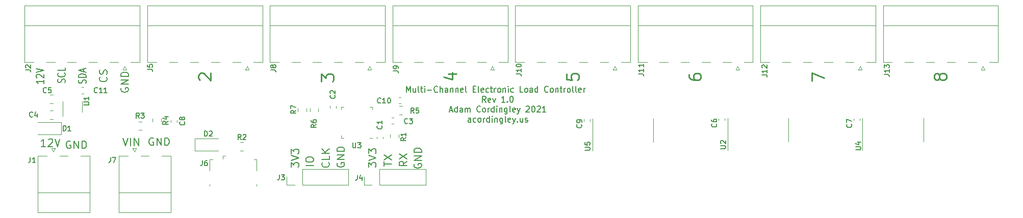
<source format=gto>
G04 #@! TF.GenerationSoftware,KiCad,Pcbnew,(5.1.2)-2*
G04 #@! TF.CreationDate,2021-03-22T02:37:46-04:00*
G04 #@! TF.ProjectId,Repowered_Electronic_Load_Controller,5265706f-7765-4726-9564-5f456c656374,rev?*
G04 #@! TF.SameCoordinates,Original*
G04 #@! TF.FileFunction,Legend,Top*
G04 #@! TF.FilePolarity,Positive*
%FSLAX46Y46*%
G04 Gerber Fmt 4.6, Leading zero omitted, Abs format (unit mm)*
G04 Created by KiCad (PCBNEW (5.1.2)-2) date 2021-03-22 02:37:46*
%MOMM*%
%LPD*%
G04 APERTURE LIST*
%ADD10C,0.150000*%
%ADD11C,0.180000*%
%ADD12C,0.250000*%
%ADD13C,0.120000*%
G04 APERTURE END LIST*
D10*
X120092857Y-84427380D02*
X120092857Y-83427380D01*
X120409523Y-84141666D01*
X120726190Y-83427380D01*
X120726190Y-84427380D01*
X121585714Y-83760714D02*
X121585714Y-84427380D01*
X121178571Y-83760714D02*
X121178571Y-84284523D01*
X121223809Y-84379761D01*
X121314285Y-84427380D01*
X121449999Y-84427380D01*
X121540476Y-84379761D01*
X121585714Y-84332142D01*
X122173809Y-84427380D02*
X122083333Y-84379761D01*
X122038095Y-84284523D01*
X122038095Y-83427380D01*
X122399999Y-83760714D02*
X122761904Y-83760714D01*
X122535714Y-83427380D02*
X122535714Y-84284523D01*
X122580952Y-84379761D01*
X122671428Y-84427380D01*
X122761904Y-84427380D01*
X123078571Y-84427380D02*
X123078571Y-83760714D01*
X123078571Y-83427380D02*
X123033333Y-83475000D01*
X123078571Y-83522619D01*
X123123809Y-83475000D01*
X123078571Y-83427380D01*
X123078571Y-83522619D01*
X123530952Y-84046428D02*
X124254761Y-84046428D01*
X125249999Y-84332142D02*
X125204761Y-84379761D01*
X125069047Y-84427380D01*
X124978571Y-84427380D01*
X124842857Y-84379761D01*
X124752380Y-84284523D01*
X124707142Y-84189285D01*
X124661904Y-83998809D01*
X124661904Y-83855952D01*
X124707142Y-83665476D01*
X124752380Y-83570238D01*
X124842857Y-83475000D01*
X124978571Y-83427380D01*
X125069047Y-83427380D01*
X125204761Y-83475000D01*
X125249999Y-83522619D01*
X125657142Y-84427380D02*
X125657142Y-83427380D01*
X126064285Y-84427380D02*
X126064285Y-83903571D01*
X126019047Y-83808333D01*
X125928571Y-83760714D01*
X125792857Y-83760714D01*
X125702380Y-83808333D01*
X125657142Y-83855952D01*
X126923809Y-84427380D02*
X126923809Y-83903571D01*
X126878571Y-83808333D01*
X126788095Y-83760714D01*
X126607142Y-83760714D01*
X126516666Y-83808333D01*
X126923809Y-84379761D02*
X126833333Y-84427380D01*
X126607142Y-84427380D01*
X126516666Y-84379761D01*
X126471428Y-84284523D01*
X126471428Y-84189285D01*
X126516666Y-84094047D01*
X126607142Y-84046428D01*
X126833333Y-84046428D01*
X126923809Y-83998809D01*
X127376190Y-83760714D02*
X127376190Y-84427380D01*
X127376190Y-83855952D02*
X127421428Y-83808333D01*
X127511904Y-83760714D01*
X127647619Y-83760714D01*
X127738095Y-83808333D01*
X127783333Y-83903571D01*
X127783333Y-84427380D01*
X128235714Y-83760714D02*
X128235714Y-84427380D01*
X128235714Y-83855952D02*
X128280952Y-83808333D01*
X128371428Y-83760714D01*
X128507142Y-83760714D01*
X128597619Y-83808333D01*
X128642857Y-83903571D01*
X128642857Y-84427380D01*
X129457142Y-84379761D02*
X129366666Y-84427380D01*
X129185714Y-84427380D01*
X129095238Y-84379761D01*
X129049999Y-84284523D01*
X129049999Y-83903571D01*
X129095238Y-83808333D01*
X129185714Y-83760714D01*
X129366666Y-83760714D01*
X129457142Y-83808333D01*
X129502380Y-83903571D01*
X129502380Y-83998809D01*
X129049999Y-84094047D01*
X130045238Y-84427380D02*
X129954761Y-84379761D01*
X129909523Y-84284523D01*
X129909523Y-83427380D01*
X131130952Y-83903571D02*
X131447619Y-83903571D01*
X131583333Y-84427380D02*
X131130952Y-84427380D01*
X131130952Y-83427380D01*
X131583333Y-83427380D01*
X132126190Y-84427380D02*
X132035714Y-84379761D01*
X131990476Y-84284523D01*
X131990476Y-83427380D01*
X132849999Y-84379761D02*
X132759523Y-84427380D01*
X132578571Y-84427380D01*
X132488095Y-84379761D01*
X132442857Y-84284523D01*
X132442857Y-83903571D01*
X132488095Y-83808333D01*
X132578571Y-83760714D01*
X132759523Y-83760714D01*
X132849999Y-83808333D01*
X132895238Y-83903571D01*
X132895238Y-83998809D01*
X132442857Y-84094047D01*
X133709523Y-84379761D02*
X133619047Y-84427380D01*
X133438095Y-84427380D01*
X133347619Y-84379761D01*
X133302380Y-84332142D01*
X133257142Y-84236904D01*
X133257142Y-83951190D01*
X133302380Y-83855952D01*
X133347619Y-83808333D01*
X133438095Y-83760714D01*
X133619047Y-83760714D01*
X133709523Y-83808333D01*
X133980952Y-83760714D02*
X134342857Y-83760714D01*
X134116666Y-83427380D02*
X134116666Y-84284523D01*
X134161904Y-84379761D01*
X134252380Y-84427380D01*
X134342857Y-84427380D01*
X134659523Y-84427380D02*
X134659523Y-83760714D01*
X134659523Y-83951190D02*
X134704761Y-83855952D01*
X134750000Y-83808333D01*
X134840476Y-83760714D01*
X134930952Y-83760714D01*
X135383333Y-84427380D02*
X135292857Y-84379761D01*
X135247619Y-84332142D01*
X135202380Y-84236904D01*
X135202380Y-83951190D01*
X135247619Y-83855952D01*
X135292857Y-83808333D01*
X135383333Y-83760714D01*
X135519047Y-83760714D01*
X135609523Y-83808333D01*
X135654761Y-83855952D01*
X135700000Y-83951190D01*
X135700000Y-84236904D01*
X135654761Y-84332142D01*
X135609523Y-84379761D01*
X135519047Y-84427380D01*
X135383333Y-84427380D01*
X136107142Y-83760714D02*
X136107142Y-84427380D01*
X136107142Y-83855952D02*
X136152380Y-83808333D01*
X136242857Y-83760714D01*
X136378571Y-83760714D01*
X136469047Y-83808333D01*
X136514285Y-83903571D01*
X136514285Y-84427380D01*
X136966666Y-84427380D02*
X136966666Y-83760714D01*
X136966666Y-83427380D02*
X136921428Y-83475000D01*
X136966666Y-83522619D01*
X137011904Y-83475000D01*
X136966666Y-83427380D01*
X136966666Y-83522619D01*
X137826190Y-84379761D02*
X137735714Y-84427380D01*
X137554761Y-84427380D01*
X137464285Y-84379761D01*
X137419047Y-84332142D01*
X137373809Y-84236904D01*
X137373809Y-83951190D01*
X137419047Y-83855952D01*
X137464285Y-83808333D01*
X137554761Y-83760714D01*
X137735714Y-83760714D01*
X137826190Y-83808333D01*
X139409523Y-84427380D02*
X138957142Y-84427380D01*
X138957142Y-83427380D01*
X139861904Y-84427380D02*
X139771428Y-84379761D01*
X139726190Y-84332142D01*
X139680952Y-84236904D01*
X139680952Y-83951190D01*
X139726190Y-83855952D01*
X139771428Y-83808333D01*
X139861904Y-83760714D01*
X139997619Y-83760714D01*
X140088095Y-83808333D01*
X140133333Y-83855952D01*
X140178571Y-83951190D01*
X140178571Y-84236904D01*
X140133333Y-84332142D01*
X140088095Y-84379761D01*
X139997619Y-84427380D01*
X139861904Y-84427380D01*
X140992857Y-84427380D02*
X140992857Y-83903571D01*
X140947619Y-83808333D01*
X140857142Y-83760714D01*
X140676190Y-83760714D01*
X140585714Y-83808333D01*
X140992857Y-84379761D02*
X140902380Y-84427380D01*
X140676190Y-84427380D01*
X140585714Y-84379761D01*
X140540476Y-84284523D01*
X140540476Y-84189285D01*
X140585714Y-84094047D01*
X140676190Y-84046428D01*
X140902380Y-84046428D01*
X140992857Y-83998809D01*
X141852380Y-84427380D02*
X141852380Y-83427380D01*
X141852380Y-84379761D02*
X141761904Y-84427380D01*
X141580952Y-84427380D01*
X141490476Y-84379761D01*
X141445238Y-84332142D01*
X141400000Y-84236904D01*
X141400000Y-83951190D01*
X141445238Y-83855952D01*
X141490476Y-83808333D01*
X141580952Y-83760714D01*
X141761904Y-83760714D01*
X141852380Y-83808333D01*
X143571428Y-84332142D02*
X143526190Y-84379761D01*
X143390476Y-84427380D01*
X143300000Y-84427380D01*
X143164285Y-84379761D01*
X143073809Y-84284523D01*
X143028571Y-84189285D01*
X142983333Y-83998809D01*
X142983333Y-83855952D01*
X143028571Y-83665476D01*
X143073809Y-83570238D01*
X143164285Y-83475000D01*
X143300000Y-83427380D01*
X143390476Y-83427380D01*
X143526190Y-83475000D01*
X143571428Y-83522619D01*
X144114285Y-84427380D02*
X144023809Y-84379761D01*
X143978571Y-84332142D01*
X143933333Y-84236904D01*
X143933333Y-83951190D01*
X143978571Y-83855952D01*
X144023809Y-83808333D01*
X144114285Y-83760714D01*
X144250000Y-83760714D01*
X144340476Y-83808333D01*
X144385714Y-83855952D01*
X144430952Y-83951190D01*
X144430952Y-84236904D01*
X144385714Y-84332142D01*
X144340476Y-84379761D01*
X144250000Y-84427380D01*
X144114285Y-84427380D01*
X144838095Y-83760714D02*
X144838095Y-84427380D01*
X144838095Y-83855952D02*
X144883333Y-83808333D01*
X144973809Y-83760714D01*
X145109523Y-83760714D01*
X145200000Y-83808333D01*
X145245238Y-83903571D01*
X145245238Y-84427380D01*
X145561904Y-83760714D02*
X145923809Y-83760714D01*
X145697619Y-83427380D02*
X145697619Y-84284523D01*
X145742857Y-84379761D01*
X145833333Y-84427380D01*
X145923809Y-84427380D01*
X146240476Y-84427380D02*
X146240476Y-83760714D01*
X146240476Y-83951190D02*
X146285714Y-83855952D01*
X146330952Y-83808333D01*
X146421428Y-83760714D01*
X146511904Y-83760714D01*
X146964285Y-84427380D02*
X146873809Y-84379761D01*
X146828571Y-84332142D01*
X146783333Y-84236904D01*
X146783333Y-83951190D01*
X146828571Y-83855952D01*
X146873809Y-83808333D01*
X146964285Y-83760714D01*
X147100000Y-83760714D01*
X147190476Y-83808333D01*
X147235714Y-83855952D01*
X147280952Y-83951190D01*
X147280952Y-84236904D01*
X147235714Y-84332142D01*
X147190476Y-84379761D01*
X147100000Y-84427380D01*
X146964285Y-84427380D01*
X147823809Y-84427380D02*
X147733333Y-84379761D01*
X147688095Y-84284523D01*
X147688095Y-83427380D01*
X148321428Y-84427380D02*
X148230952Y-84379761D01*
X148185714Y-84284523D01*
X148185714Y-83427380D01*
X149045238Y-84379761D02*
X148954761Y-84427380D01*
X148773809Y-84427380D01*
X148683333Y-84379761D01*
X148638095Y-84284523D01*
X148638095Y-83903571D01*
X148683333Y-83808333D01*
X148773809Y-83760714D01*
X148954761Y-83760714D01*
X149045238Y-83808333D01*
X149090476Y-83903571D01*
X149090476Y-83998809D01*
X148638095Y-84094047D01*
X149497619Y-84427380D02*
X149497619Y-83760714D01*
X149497619Y-83951190D02*
X149542857Y-83855952D01*
X149588095Y-83808333D01*
X149678571Y-83760714D01*
X149769047Y-83760714D01*
X133257142Y-86077380D02*
X132940476Y-85601190D01*
X132714285Y-86077380D02*
X132714285Y-85077380D01*
X133076190Y-85077380D01*
X133166666Y-85125000D01*
X133211904Y-85172619D01*
X133257142Y-85267857D01*
X133257142Y-85410714D01*
X133211904Y-85505952D01*
X133166666Y-85553571D01*
X133076190Y-85601190D01*
X132714285Y-85601190D01*
X134026190Y-86029761D02*
X133935714Y-86077380D01*
X133754761Y-86077380D01*
X133664285Y-86029761D01*
X133619047Y-85934523D01*
X133619047Y-85553571D01*
X133664285Y-85458333D01*
X133754761Y-85410714D01*
X133935714Y-85410714D01*
X134026190Y-85458333D01*
X134071428Y-85553571D01*
X134071428Y-85648809D01*
X133619047Y-85744047D01*
X134388095Y-85410714D02*
X134614285Y-86077380D01*
X134840476Y-85410714D01*
X136423809Y-86077380D02*
X135880952Y-86077380D01*
X136152380Y-86077380D02*
X136152380Y-85077380D01*
X136061904Y-85220238D01*
X135971428Y-85315476D01*
X135880952Y-85363095D01*
X136830952Y-85982142D02*
X136876190Y-86029761D01*
X136830952Y-86077380D01*
X136785714Y-86029761D01*
X136830952Y-85982142D01*
X136830952Y-86077380D01*
X137464285Y-85077380D02*
X137554761Y-85077380D01*
X137645238Y-85125000D01*
X137690476Y-85172619D01*
X137735714Y-85267857D01*
X137780952Y-85458333D01*
X137780952Y-85696428D01*
X137735714Y-85886904D01*
X137690476Y-85982142D01*
X137645238Y-86029761D01*
X137554761Y-86077380D01*
X137464285Y-86077380D01*
X137373809Y-86029761D01*
X137328571Y-85982142D01*
X137283333Y-85886904D01*
X137238095Y-85696428D01*
X137238095Y-85458333D01*
X137283333Y-85267857D01*
X137328571Y-85172619D01*
X137373809Y-85125000D01*
X137464285Y-85077380D01*
X127240476Y-87441666D02*
X127692857Y-87441666D01*
X127150000Y-87727380D02*
X127466666Y-86727380D01*
X127783333Y-87727380D01*
X128507142Y-87727380D02*
X128507142Y-86727380D01*
X128507142Y-87679761D02*
X128416666Y-87727380D01*
X128235714Y-87727380D01*
X128145238Y-87679761D01*
X128100000Y-87632142D01*
X128054761Y-87536904D01*
X128054761Y-87251190D01*
X128100000Y-87155952D01*
X128145238Y-87108333D01*
X128235714Y-87060714D01*
X128416666Y-87060714D01*
X128507142Y-87108333D01*
X129366666Y-87727380D02*
X129366666Y-87203571D01*
X129321428Y-87108333D01*
X129230952Y-87060714D01*
X129050000Y-87060714D01*
X128959523Y-87108333D01*
X129366666Y-87679761D02*
X129276190Y-87727380D01*
X129050000Y-87727380D01*
X128959523Y-87679761D01*
X128914285Y-87584523D01*
X128914285Y-87489285D01*
X128959523Y-87394047D01*
X129050000Y-87346428D01*
X129276190Y-87346428D01*
X129366666Y-87298809D01*
X129819047Y-87727380D02*
X129819047Y-87060714D01*
X129819047Y-87155952D02*
X129864285Y-87108333D01*
X129954761Y-87060714D01*
X130090476Y-87060714D01*
X130180952Y-87108333D01*
X130226190Y-87203571D01*
X130226190Y-87727380D01*
X130226190Y-87203571D02*
X130271428Y-87108333D01*
X130361904Y-87060714D01*
X130497619Y-87060714D01*
X130588095Y-87108333D01*
X130633333Y-87203571D01*
X130633333Y-87727380D01*
X132352380Y-87632142D02*
X132307142Y-87679761D01*
X132171428Y-87727380D01*
X132080952Y-87727380D01*
X131945238Y-87679761D01*
X131854761Y-87584523D01*
X131809523Y-87489285D01*
X131764285Y-87298809D01*
X131764285Y-87155952D01*
X131809523Y-86965476D01*
X131854761Y-86870238D01*
X131945238Y-86775000D01*
X132080952Y-86727380D01*
X132171428Y-86727380D01*
X132307142Y-86775000D01*
X132352380Y-86822619D01*
X132895238Y-87727380D02*
X132804761Y-87679761D01*
X132759523Y-87632142D01*
X132714285Y-87536904D01*
X132714285Y-87251190D01*
X132759523Y-87155952D01*
X132804761Y-87108333D01*
X132895238Y-87060714D01*
X133030952Y-87060714D01*
X133121428Y-87108333D01*
X133166666Y-87155952D01*
X133211904Y-87251190D01*
X133211904Y-87536904D01*
X133166666Y-87632142D01*
X133121428Y-87679761D01*
X133030952Y-87727380D01*
X132895238Y-87727380D01*
X133619047Y-87727380D02*
X133619047Y-87060714D01*
X133619047Y-87251190D02*
X133664285Y-87155952D01*
X133709523Y-87108333D01*
X133800000Y-87060714D01*
X133890476Y-87060714D01*
X134614285Y-87727380D02*
X134614285Y-86727380D01*
X134614285Y-87679761D02*
X134523809Y-87727380D01*
X134342857Y-87727380D01*
X134252380Y-87679761D01*
X134207142Y-87632142D01*
X134161904Y-87536904D01*
X134161904Y-87251190D01*
X134207142Y-87155952D01*
X134252380Y-87108333D01*
X134342857Y-87060714D01*
X134523809Y-87060714D01*
X134614285Y-87108333D01*
X135066666Y-87727380D02*
X135066666Y-87060714D01*
X135066666Y-86727380D02*
X135021428Y-86775000D01*
X135066666Y-86822619D01*
X135111904Y-86775000D01*
X135066666Y-86727380D01*
X135066666Y-86822619D01*
X135519047Y-87060714D02*
X135519047Y-87727380D01*
X135519047Y-87155952D02*
X135564285Y-87108333D01*
X135654761Y-87060714D01*
X135790476Y-87060714D01*
X135880952Y-87108333D01*
X135926190Y-87203571D01*
X135926190Y-87727380D01*
X136785714Y-87060714D02*
X136785714Y-87870238D01*
X136740476Y-87965476D01*
X136695238Y-88013095D01*
X136604761Y-88060714D01*
X136469047Y-88060714D01*
X136378571Y-88013095D01*
X136785714Y-87679761D02*
X136695238Y-87727380D01*
X136514285Y-87727380D01*
X136423809Y-87679761D01*
X136378571Y-87632142D01*
X136333333Y-87536904D01*
X136333333Y-87251190D01*
X136378571Y-87155952D01*
X136423809Y-87108333D01*
X136514285Y-87060714D01*
X136695238Y-87060714D01*
X136785714Y-87108333D01*
X137373809Y-87727380D02*
X137283333Y-87679761D01*
X137238095Y-87584523D01*
X137238095Y-86727380D01*
X138097619Y-87679761D02*
X138007142Y-87727380D01*
X137826190Y-87727380D01*
X137735714Y-87679761D01*
X137690476Y-87584523D01*
X137690476Y-87203571D01*
X137735714Y-87108333D01*
X137826190Y-87060714D01*
X138007142Y-87060714D01*
X138097619Y-87108333D01*
X138142857Y-87203571D01*
X138142857Y-87298809D01*
X137690476Y-87394047D01*
X138459523Y-87060714D02*
X138685714Y-87727380D01*
X138911904Y-87060714D02*
X138685714Y-87727380D01*
X138595238Y-87965476D01*
X138550000Y-88013095D01*
X138459523Y-88060714D01*
X139952380Y-86822619D02*
X139997619Y-86775000D01*
X140088095Y-86727380D01*
X140314285Y-86727380D01*
X140404761Y-86775000D01*
X140450000Y-86822619D01*
X140495238Y-86917857D01*
X140495238Y-87013095D01*
X140450000Y-87155952D01*
X139907142Y-87727380D01*
X140495238Y-87727380D01*
X141083333Y-86727380D02*
X141173809Y-86727380D01*
X141264285Y-86775000D01*
X141309523Y-86822619D01*
X141354761Y-86917857D01*
X141400000Y-87108333D01*
X141400000Y-87346428D01*
X141354761Y-87536904D01*
X141309523Y-87632142D01*
X141264285Y-87679761D01*
X141173809Y-87727380D01*
X141083333Y-87727380D01*
X140992857Y-87679761D01*
X140947619Y-87632142D01*
X140902380Y-87536904D01*
X140857142Y-87346428D01*
X140857142Y-87108333D01*
X140902380Y-86917857D01*
X140947619Y-86822619D01*
X140992857Y-86775000D01*
X141083333Y-86727380D01*
X141761904Y-86822619D02*
X141807142Y-86775000D01*
X141897619Y-86727380D01*
X142123809Y-86727380D01*
X142214285Y-86775000D01*
X142259523Y-86822619D01*
X142304761Y-86917857D01*
X142304761Y-87013095D01*
X142259523Y-87155952D01*
X141716666Y-87727380D01*
X142304761Y-87727380D01*
X143209523Y-87727380D02*
X142666666Y-87727380D01*
X142938095Y-87727380D02*
X142938095Y-86727380D01*
X142847619Y-86870238D01*
X142757142Y-86965476D01*
X142666666Y-87013095D01*
X130723809Y-89377380D02*
X130723809Y-88853571D01*
X130678571Y-88758333D01*
X130588095Y-88710714D01*
X130407142Y-88710714D01*
X130316666Y-88758333D01*
X130723809Y-89329761D02*
X130633333Y-89377380D01*
X130407142Y-89377380D01*
X130316666Y-89329761D01*
X130271428Y-89234523D01*
X130271428Y-89139285D01*
X130316666Y-89044047D01*
X130407142Y-88996428D01*
X130633333Y-88996428D01*
X130723809Y-88948809D01*
X131583333Y-89329761D02*
X131492857Y-89377380D01*
X131311904Y-89377380D01*
X131221428Y-89329761D01*
X131176190Y-89282142D01*
X131130952Y-89186904D01*
X131130952Y-88901190D01*
X131176190Y-88805952D01*
X131221428Y-88758333D01*
X131311904Y-88710714D01*
X131492857Y-88710714D01*
X131583333Y-88758333D01*
X132126190Y-89377380D02*
X132035714Y-89329761D01*
X131990476Y-89282142D01*
X131945238Y-89186904D01*
X131945238Y-88901190D01*
X131990476Y-88805952D01*
X132035714Y-88758333D01*
X132126190Y-88710714D01*
X132261904Y-88710714D01*
X132352380Y-88758333D01*
X132397619Y-88805952D01*
X132442857Y-88901190D01*
X132442857Y-89186904D01*
X132397619Y-89282142D01*
X132352380Y-89329761D01*
X132261904Y-89377380D01*
X132126190Y-89377380D01*
X132850000Y-89377380D02*
X132850000Y-88710714D01*
X132850000Y-88901190D02*
X132895238Y-88805952D01*
X132940476Y-88758333D01*
X133030952Y-88710714D01*
X133121428Y-88710714D01*
X133845238Y-89377380D02*
X133845238Y-88377380D01*
X133845238Y-89329761D02*
X133754761Y-89377380D01*
X133573809Y-89377380D01*
X133483333Y-89329761D01*
X133438095Y-89282142D01*
X133392857Y-89186904D01*
X133392857Y-88901190D01*
X133438095Y-88805952D01*
X133483333Y-88758333D01*
X133573809Y-88710714D01*
X133754761Y-88710714D01*
X133845238Y-88758333D01*
X134297619Y-89377380D02*
X134297619Y-88710714D01*
X134297619Y-88377380D02*
X134252380Y-88425000D01*
X134297619Y-88472619D01*
X134342857Y-88425000D01*
X134297619Y-88377380D01*
X134297619Y-88472619D01*
X134750000Y-88710714D02*
X134750000Y-89377380D01*
X134750000Y-88805952D02*
X134795238Y-88758333D01*
X134885714Y-88710714D01*
X135021428Y-88710714D01*
X135111904Y-88758333D01*
X135157142Y-88853571D01*
X135157142Y-89377380D01*
X136016666Y-88710714D02*
X136016666Y-89520238D01*
X135971428Y-89615476D01*
X135926190Y-89663095D01*
X135835714Y-89710714D01*
X135700000Y-89710714D01*
X135609523Y-89663095D01*
X136016666Y-89329761D02*
X135926190Y-89377380D01*
X135745238Y-89377380D01*
X135654761Y-89329761D01*
X135609523Y-89282142D01*
X135564285Y-89186904D01*
X135564285Y-88901190D01*
X135609523Y-88805952D01*
X135654761Y-88758333D01*
X135745238Y-88710714D01*
X135926190Y-88710714D01*
X136016666Y-88758333D01*
X136604761Y-89377380D02*
X136514285Y-89329761D01*
X136469047Y-89234523D01*
X136469047Y-88377380D01*
X137328571Y-89329761D02*
X137238095Y-89377380D01*
X137057142Y-89377380D01*
X136966666Y-89329761D01*
X136921428Y-89234523D01*
X136921428Y-88853571D01*
X136966666Y-88758333D01*
X137057142Y-88710714D01*
X137238095Y-88710714D01*
X137328571Y-88758333D01*
X137373809Y-88853571D01*
X137373809Y-88948809D01*
X136921428Y-89044047D01*
X137690476Y-88710714D02*
X137916666Y-89377380D01*
X138142857Y-88710714D02*
X137916666Y-89377380D01*
X137826190Y-89615476D01*
X137780952Y-89663095D01*
X137690476Y-89710714D01*
X138504761Y-89282142D02*
X138550000Y-89329761D01*
X138504761Y-89377380D01*
X138459523Y-89329761D01*
X138504761Y-89282142D01*
X138504761Y-89377380D01*
X139364285Y-88710714D02*
X139364285Y-89377380D01*
X138957142Y-88710714D02*
X138957142Y-89234523D01*
X139002380Y-89329761D01*
X139092857Y-89377380D01*
X139228571Y-89377380D01*
X139319047Y-89329761D01*
X139364285Y-89282142D01*
X139771428Y-89329761D02*
X139861904Y-89377380D01*
X140042857Y-89377380D01*
X140133333Y-89329761D01*
X140178571Y-89234523D01*
X140178571Y-89186904D01*
X140133333Y-89091666D01*
X140042857Y-89044047D01*
X139907142Y-89044047D01*
X139816666Y-88996428D01*
X139771428Y-88901190D01*
X139771428Y-88853571D01*
X139816666Y-88758333D01*
X139907142Y-88710714D01*
X140042857Y-88710714D01*
X140133333Y-88758333D01*
D11*
X121375000Y-96327380D02*
X121315476Y-96446428D01*
X121315476Y-96625000D01*
X121375000Y-96803571D01*
X121494047Y-96922619D01*
X121613095Y-96982142D01*
X121851190Y-97041666D01*
X122029761Y-97041666D01*
X122267857Y-96982142D01*
X122386904Y-96922619D01*
X122505952Y-96803571D01*
X122565476Y-96625000D01*
X122565476Y-96505952D01*
X122505952Y-96327380D01*
X122446428Y-96267857D01*
X122029761Y-96267857D01*
X122029761Y-96505952D01*
X122565476Y-95732142D02*
X121315476Y-95732142D01*
X122565476Y-95017857D01*
X121315476Y-95017857D01*
X122565476Y-94422619D02*
X121315476Y-94422619D01*
X121315476Y-94125000D01*
X121375000Y-93946428D01*
X121494047Y-93827380D01*
X121613095Y-93767857D01*
X121851190Y-93708333D01*
X122029761Y-93708333D01*
X122267857Y-93767857D01*
X122386904Y-93827380D01*
X122505952Y-93946428D01*
X122565476Y-94125000D01*
X122565476Y-94422619D01*
X120140476Y-95908333D02*
X119545238Y-96325000D01*
X120140476Y-96622619D02*
X118890476Y-96622619D01*
X118890476Y-96146428D01*
X118950000Y-96027380D01*
X119009523Y-95967857D01*
X119128571Y-95908333D01*
X119307142Y-95908333D01*
X119426190Y-95967857D01*
X119485714Y-96027380D01*
X119545238Y-96146428D01*
X119545238Y-96622619D01*
X118890476Y-95491666D02*
X120140476Y-94658333D01*
X118890476Y-94658333D02*
X120140476Y-95491666D01*
X116340476Y-96677380D02*
X116340476Y-95963095D01*
X117590476Y-96320238D02*
X116340476Y-96320238D01*
X116340476Y-95665476D02*
X117590476Y-94832142D01*
X116340476Y-94832142D02*
X117590476Y-95665476D01*
X107146428Y-96119047D02*
X107205952Y-96178571D01*
X107265476Y-96357142D01*
X107265476Y-96476190D01*
X107205952Y-96654761D01*
X107086904Y-96773809D01*
X106967857Y-96833333D01*
X106729761Y-96892857D01*
X106551190Y-96892857D01*
X106313095Y-96833333D01*
X106194047Y-96773809D01*
X106075000Y-96654761D01*
X106015476Y-96476190D01*
X106015476Y-96357142D01*
X106075000Y-96178571D01*
X106134523Y-96119047D01*
X107265476Y-94988095D02*
X107265476Y-95583333D01*
X106015476Y-95583333D01*
X107265476Y-94571428D02*
X106015476Y-94571428D01*
X107265476Y-93857142D02*
X106551190Y-94392857D01*
X106015476Y-93857142D02*
X106729761Y-94571428D01*
X108575000Y-96152380D02*
X108515476Y-96271428D01*
X108515476Y-96450000D01*
X108575000Y-96628571D01*
X108694047Y-96747619D01*
X108813095Y-96807142D01*
X109051190Y-96866666D01*
X109229761Y-96866666D01*
X109467857Y-96807142D01*
X109586904Y-96747619D01*
X109705952Y-96628571D01*
X109765476Y-96450000D01*
X109765476Y-96330952D01*
X109705952Y-96152380D01*
X109646428Y-96092857D01*
X109229761Y-96092857D01*
X109229761Y-96330952D01*
X109765476Y-95557142D02*
X108515476Y-95557142D01*
X109765476Y-94842857D01*
X108515476Y-94842857D01*
X109765476Y-94247619D02*
X108515476Y-94247619D01*
X108515476Y-93950000D01*
X108575000Y-93771428D01*
X108694047Y-93652380D01*
X108813095Y-93592857D01*
X109051190Y-93533333D01*
X109229761Y-93533333D01*
X109467857Y-93592857D01*
X109586904Y-93652380D01*
X109705952Y-93771428D01*
X109765476Y-93950000D01*
X109765476Y-94247619D01*
X113765476Y-96872619D02*
X113765476Y-96098809D01*
X114241666Y-96515476D01*
X114241666Y-96336904D01*
X114301190Y-96217857D01*
X114360714Y-96158333D01*
X114479761Y-96098809D01*
X114777380Y-96098809D01*
X114896428Y-96158333D01*
X114955952Y-96217857D01*
X115015476Y-96336904D01*
X115015476Y-96694047D01*
X114955952Y-96813095D01*
X114896428Y-96872619D01*
X113765476Y-95741666D02*
X115015476Y-95325000D01*
X113765476Y-94908333D01*
X113765476Y-94610714D02*
X113765476Y-93836904D01*
X114241666Y-94253571D01*
X114241666Y-94075000D01*
X114301190Y-93955952D01*
X114360714Y-93896428D01*
X114479761Y-93836904D01*
X114777380Y-93836904D01*
X114896428Y-93896428D01*
X114955952Y-93955952D01*
X115015476Y-94075000D01*
X115015476Y-94432142D01*
X114955952Y-94551190D01*
X114896428Y-94610714D01*
X104615476Y-96579761D02*
X103365476Y-96579761D01*
X103365476Y-95746428D02*
X103365476Y-95508333D01*
X103425000Y-95389285D01*
X103544047Y-95270238D01*
X103782142Y-95210714D01*
X104198809Y-95210714D01*
X104436904Y-95270238D01*
X104555952Y-95389285D01*
X104615476Y-95508333D01*
X104615476Y-95746428D01*
X104555952Y-95865476D01*
X104436904Y-95984523D01*
X104198809Y-96044047D01*
X103782142Y-96044047D01*
X103544047Y-95984523D01*
X103425000Y-95865476D01*
X103365476Y-95746428D01*
X100915476Y-96897619D02*
X100915476Y-96123809D01*
X101391666Y-96540476D01*
X101391666Y-96361904D01*
X101451190Y-96242857D01*
X101510714Y-96183333D01*
X101629761Y-96123809D01*
X101927380Y-96123809D01*
X102046428Y-96183333D01*
X102105952Y-96242857D01*
X102165476Y-96361904D01*
X102165476Y-96719047D01*
X102105952Y-96838095D01*
X102046428Y-96897619D01*
X100915476Y-95766666D02*
X102165476Y-95350000D01*
X100915476Y-94933333D01*
X100915476Y-94635714D02*
X100915476Y-93861904D01*
X101391666Y-94278571D01*
X101391666Y-94100000D01*
X101451190Y-93980952D01*
X101510714Y-93921428D01*
X101629761Y-93861904D01*
X101927380Y-93861904D01*
X102046428Y-93921428D01*
X102105952Y-93980952D01*
X102165476Y-94100000D01*
X102165476Y-94457142D01*
X102105952Y-94576190D01*
X102046428Y-94635714D01*
D12*
X208561904Y-82040476D02*
X208466666Y-82230952D01*
X208371428Y-82326190D01*
X208180952Y-82421428D01*
X208085714Y-82421428D01*
X207895238Y-82326190D01*
X207800000Y-82230952D01*
X207704761Y-82040476D01*
X207704761Y-81659523D01*
X207800000Y-81469047D01*
X207895238Y-81373809D01*
X208085714Y-81278571D01*
X208180952Y-81278571D01*
X208371428Y-81373809D01*
X208466666Y-81469047D01*
X208561904Y-81659523D01*
X208561904Y-82040476D01*
X208657142Y-82230952D01*
X208752380Y-82326190D01*
X208942857Y-82421428D01*
X209323809Y-82421428D01*
X209514285Y-82326190D01*
X209609523Y-82230952D01*
X209704761Y-82040476D01*
X209704761Y-81659523D01*
X209609523Y-81469047D01*
X209514285Y-81373809D01*
X209323809Y-81278571D01*
X208942857Y-81278571D01*
X208752380Y-81373809D01*
X208657142Y-81469047D01*
X208561904Y-81659523D01*
X187404761Y-82516666D02*
X187404761Y-81183333D01*
X189404761Y-82040476D01*
X166954761Y-81469047D02*
X166954761Y-81850000D01*
X167050000Y-82040476D01*
X167145238Y-82135714D01*
X167430952Y-82326190D01*
X167811904Y-82421428D01*
X168573809Y-82421428D01*
X168764285Y-82326190D01*
X168859523Y-82230952D01*
X168954761Y-82040476D01*
X168954761Y-81659523D01*
X168859523Y-81469047D01*
X168764285Y-81373809D01*
X168573809Y-81278571D01*
X168097619Y-81278571D01*
X167907142Y-81373809D01*
X167811904Y-81469047D01*
X167716666Y-81659523D01*
X167716666Y-82040476D01*
X167811904Y-82230952D01*
X167907142Y-82326190D01*
X168097619Y-82421428D01*
X146654761Y-81373809D02*
X146654761Y-82326190D01*
X147607142Y-82421428D01*
X147511904Y-82326190D01*
X147416666Y-82135714D01*
X147416666Y-81659523D01*
X147511904Y-81469047D01*
X147607142Y-81373809D01*
X147797619Y-81278571D01*
X148273809Y-81278571D01*
X148464285Y-81373809D01*
X148559523Y-81469047D01*
X148654761Y-81659523D01*
X148654761Y-82135714D01*
X148559523Y-82326190D01*
X148464285Y-82421428D01*
X127021428Y-81369047D02*
X128354761Y-81369047D01*
X126259523Y-81845238D02*
X127688095Y-82321428D01*
X127688095Y-81083333D01*
X105954761Y-82616666D02*
X105954761Y-81378571D01*
X106716666Y-82045238D01*
X106716666Y-81759523D01*
X106811904Y-81569047D01*
X106907142Y-81473809D01*
X107097619Y-81378571D01*
X107573809Y-81378571D01*
X107764285Y-81473809D01*
X107859523Y-81569047D01*
X107954761Y-81759523D01*
X107954761Y-82330952D01*
X107859523Y-82521428D01*
X107764285Y-82616666D01*
X85745238Y-82371428D02*
X85650000Y-82276190D01*
X85554761Y-82085714D01*
X85554761Y-81609523D01*
X85650000Y-81419047D01*
X85745238Y-81323809D01*
X85935714Y-81228571D01*
X86126190Y-81228571D01*
X86411904Y-81323809D01*
X87554761Y-82466666D01*
X87554761Y-81228571D01*
D11*
X70246428Y-81908333D02*
X70305952Y-81967857D01*
X70365476Y-82146428D01*
X70365476Y-82265476D01*
X70305952Y-82444047D01*
X70186904Y-82563095D01*
X70067857Y-82622619D01*
X69829761Y-82682142D01*
X69651190Y-82682142D01*
X69413095Y-82622619D01*
X69294047Y-82563095D01*
X69175000Y-82444047D01*
X69115476Y-82265476D01*
X69115476Y-82146428D01*
X69175000Y-81967857D01*
X69234523Y-81908333D01*
X70305952Y-81432142D02*
X70365476Y-81253571D01*
X70365476Y-80955952D01*
X70305952Y-80836904D01*
X70246428Y-80777380D01*
X70127380Y-80717857D01*
X70008333Y-80717857D01*
X69889285Y-80777380D01*
X69829761Y-80836904D01*
X69770238Y-80955952D01*
X69710714Y-81194047D01*
X69651190Y-81313095D01*
X69591666Y-81372619D01*
X69472619Y-81432142D01*
X69353571Y-81432142D01*
X69234523Y-81372619D01*
X69175000Y-81313095D01*
X69115476Y-81194047D01*
X69115476Y-80896428D01*
X69175000Y-80717857D01*
X66805952Y-82939285D02*
X66865476Y-82796428D01*
X66865476Y-82558333D01*
X66805952Y-82463095D01*
X66746428Y-82415476D01*
X66627380Y-82367857D01*
X66508333Y-82367857D01*
X66389285Y-82415476D01*
X66329761Y-82463095D01*
X66270238Y-82558333D01*
X66210714Y-82748809D01*
X66151190Y-82844047D01*
X66091666Y-82891666D01*
X65972619Y-82939285D01*
X65853571Y-82939285D01*
X65734523Y-82891666D01*
X65675000Y-82844047D01*
X65615476Y-82748809D01*
X65615476Y-82510714D01*
X65675000Y-82367857D01*
X66865476Y-81939285D02*
X65615476Y-81939285D01*
X65615476Y-81701190D01*
X65675000Y-81558333D01*
X65794047Y-81463095D01*
X65913095Y-81415476D01*
X66151190Y-81367857D01*
X66329761Y-81367857D01*
X66567857Y-81415476D01*
X66686904Y-81463095D01*
X66805952Y-81558333D01*
X66865476Y-81701190D01*
X66865476Y-81939285D01*
X66508333Y-80986904D02*
X66508333Y-80510714D01*
X66865476Y-81082142D02*
X65615476Y-80748809D01*
X66865476Y-80415476D01*
X63330952Y-82815476D02*
X63390476Y-82672619D01*
X63390476Y-82434523D01*
X63330952Y-82339285D01*
X63271428Y-82291666D01*
X63152380Y-82244047D01*
X63033333Y-82244047D01*
X62914285Y-82291666D01*
X62854761Y-82339285D01*
X62795238Y-82434523D01*
X62735714Y-82625000D01*
X62676190Y-82720238D01*
X62616666Y-82767857D01*
X62497619Y-82815476D01*
X62378571Y-82815476D01*
X62259523Y-82767857D01*
X62200000Y-82720238D01*
X62140476Y-82625000D01*
X62140476Y-82386904D01*
X62200000Y-82244047D01*
X63271428Y-81244047D02*
X63330952Y-81291666D01*
X63390476Y-81434523D01*
X63390476Y-81529761D01*
X63330952Y-81672619D01*
X63211904Y-81767857D01*
X63092857Y-81815476D01*
X62854761Y-81863095D01*
X62676190Y-81863095D01*
X62438095Y-81815476D01*
X62319047Y-81767857D01*
X62200000Y-81672619D01*
X62140476Y-81529761D01*
X62140476Y-81434523D01*
X62200000Y-81291666D01*
X62259523Y-81244047D01*
X63390476Y-80339285D02*
X63390476Y-80815476D01*
X62140476Y-80815476D01*
X72725000Y-83702380D02*
X72665476Y-83821428D01*
X72665476Y-84000000D01*
X72725000Y-84178571D01*
X72844047Y-84297619D01*
X72963095Y-84357142D01*
X73201190Y-84416666D01*
X73379761Y-84416666D01*
X73617857Y-84357142D01*
X73736904Y-84297619D01*
X73855952Y-84178571D01*
X73915476Y-84000000D01*
X73915476Y-83880952D01*
X73855952Y-83702380D01*
X73796428Y-83642857D01*
X73379761Y-83642857D01*
X73379761Y-83880952D01*
X73915476Y-83107142D02*
X72665476Y-83107142D01*
X73915476Y-82392857D01*
X72665476Y-82392857D01*
X73915476Y-81797619D02*
X72665476Y-81797619D01*
X72665476Y-81500000D01*
X72725000Y-81321428D01*
X72844047Y-81202380D01*
X72963095Y-81142857D01*
X73201190Y-81083333D01*
X73379761Y-81083333D01*
X73617857Y-81142857D01*
X73736904Y-81202380D01*
X73855952Y-81321428D01*
X73915476Y-81500000D01*
X73915476Y-81797619D01*
X59840476Y-82394047D02*
X59840476Y-82965476D01*
X59840476Y-82679761D02*
X58590476Y-82679761D01*
X58769047Y-82775000D01*
X58888095Y-82870238D01*
X58947619Y-82965476D01*
X58709523Y-82013095D02*
X58650000Y-81965476D01*
X58590476Y-81870238D01*
X58590476Y-81632142D01*
X58650000Y-81536904D01*
X58709523Y-81489285D01*
X58828571Y-81441666D01*
X58947619Y-81441666D01*
X59126190Y-81489285D01*
X59840476Y-82060714D01*
X59840476Y-81441666D01*
X58590476Y-81155952D02*
X59840476Y-80822619D01*
X58590476Y-80489285D01*
X73030952Y-92065476D02*
X73447619Y-93315476D01*
X73864285Y-92065476D01*
X74280952Y-93315476D02*
X74280952Y-92065476D01*
X74876190Y-93315476D02*
X74876190Y-92065476D01*
X75590476Y-93315476D01*
X75590476Y-92065476D01*
X78047619Y-92075000D02*
X77928571Y-92015476D01*
X77750000Y-92015476D01*
X77571428Y-92075000D01*
X77452380Y-92194047D01*
X77392857Y-92313095D01*
X77333333Y-92551190D01*
X77333333Y-92729761D01*
X77392857Y-92967857D01*
X77452380Y-93086904D01*
X77571428Y-93205952D01*
X77750000Y-93265476D01*
X77869047Y-93265476D01*
X78047619Y-93205952D01*
X78107142Y-93146428D01*
X78107142Y-92729761D01*
X77869047Y-92729761D01*
X78642857Y-93265476D02*
X78642857Y-92015476D01*
X79357142Y-93265476D01*
X79357142Y-92015476D01*
X79952380Y-93265476D02*
X79952380Y-92015476D01*
X80250000Y-92015476D01*
X80428571Y-92075000D01*
X80547619Y-92194047D01*
X80607142Y-92313095D01*
X80666666Y-92551190D01*
X80666666Y-92729761D01*
X80607142Y-92967857D01*
X80547619Y-93086904D01*
X80428571Y-93205952D01*
X80250000Y-93265476D01*
X79952380Y-93265476D01*
X64297619Y-92575000D02*
X64178571Y-92515476D01*
X64000000Y-92515476D01*
X63821428Y-92575000D01*
X63702380Y-92694047D01*
X63642857Y-92813095D01*
X63583333Y-93051190D01*
X63583333Y-93229761D01*
X63642857Y-93467857D01*
X63702380Y-93586904D01*
X63821428Y-93705952D01*
X64000000Y-93765476D01*
X64119047Y-93765476D01*
X64297619Y-93705952D01*
X64357142Y-93646428D01*
X64357142Y-93229761D01*
X64119047Y-93229761D01*
X64892857Y-93765476D02*
X64892857Y-92515476D01*
X65607142Y-93765476D01*
X65607142Y-92515476D01*
X66202380Y-93765476D02*
X66202380Y-92515476D01*
X66500000Y-92515476D01*
X66678571Y-92575000D01*
X66797619Y-92694047D01*
X66857142Y-92813095D01*
X66916666Y-93051190D01*
X66916666Y-93229761D01*
X66857142Y-93467857D01*
X66797619Y-93586904D01*
X66678571Y-93705952D01*
X66500000Y-93765476D01*
X66202380Y-93765476D01*
X60151190Y-93440476D02*
X59436904Y-93440476D01*
X59794047Y-93440476D02*
X59794047Y-92190476D01*
X59675000Y-92369047D01*
X59555952Y-92488095D01*
X59436904Y-92547619D01*
X60627380Y-92309523D02*
X60686904Y-92250000D01*
X60805952Y-92190476D01*
X61103571Y-92190476D01*
X61222619Y-92250000D01*
X61282142Y-92309523D01*
X61341666Y-92428571D01*
X61341666Y-92547619D01*
X61282142Y-92726190D01*
X60567857Y-93440476D01*
X61341666Y-93440476D01*
X61698809Y-92190476D02*
X62115476Y-93440476D01*
X62532142Y-92190476D01*
D13*
X84900000Y-92125000D02*
X88800000Y-92125000D01*
X84900000Y-94125000D02*
X88800000Y-94125000D01*
X84900000Y-92125000D02*
X84900000Y-94125000D01*
X62750000Y-91425000D02*
X58850000Y-91425000D01*
X62750000Y-89425000D02*
X58850000Y-89425000D01*
X62750000Y-91425000D02*
X62750000Y-89425000D01*
X62990000Y-85950000D02*
X62990000Y-88400000D01*
X66210000Y-87750000D02*
X66210000Y-85950000D01*
X66500279Y-83615000D02*
X66174721Y-83615000D01*
X66500279Y-84635000D02*
X66174721Y-84635000D01*
X102040000Y-87091422D02*
X102040000Y-87608578D01*
X103460000Y-87091422D02*
X103460000Y-87608578D01*
X104040000Y-87091422D02*
X104040000Y-87608578D01*
X105460000Y-87091422D02*
X105460000Y-87608578D01*
X216050000Y-80715000D02*
X215450000Y-80715000D01*
X215750000Y-80115000D02*
X216050000Y-80715000D01*
X215450000Y-80715000D02*
X215750000Y-80115000D01*
X218310000Y-73315000D02*
X199190000Y-73315000D01*
X204200000Y-79425000D02*
X202800000Y-79425000D01*
X207700000Y-79425000D02*
X206300000Y-79425000D01*
X211200000Y-79425000D02*
X209800000Y-79425000D01*
X214700000Y-79425000D02*
X213300000Y-79425000D01*
X199190000Y-79425000D02*
X200700000Y-79425000D01*
X218310000Y-79425000D02*
X216800000Y-79425000D01*
X199190000Y-70005000D02*
X199190000Y-79425000D01*
X218310000Y-70005000D02*
X199190000Y-70005000D01*
X218310000Y-79425000D02*
X218310000Y-70005000D01*
X195692852Y-80715000D02*
X195092852Y-80715000D01*
X195392852Y-80115000D02*
X195692852Y-80715000D01*
X195092852Y-80715000D02*
X195392852Y-80115000D01*
X197952852Y-73315000D02*
X178832852Y-73315000D01*
X183842852Y-79425000D02*
X182442852Y-79425000D01*
X187342852Y-79425000D02*
X185942852Y-79425000D01*
X190842852Y-79425000D02*
X189442852Y-79425000D01*
X194342852Y-79425000D02*
X192942852Y-79425000D01*
X178832852Y-79425000D02*
X180342852Y-79425000D01*
X197952852Y-79425000D02*
X196442852Y-79425000D01*
X178832852Y-70005000D02*
X178832852Y-79425000D01*
X197952852Y-70005000D02*
X178832852Y-70005000D01*
X197952852Y-79425000D02*
X197952852Y-70005000D01*
X175335710Y-80715000D02*
X174735710Y-80715000D01*
X175035710Y-80115000D02*
X175335710Y-80715000D01*
X174735710Y-80715000D02*
X175035710Y-80115000D01*
X177595710Y-73315000D02*
X158475710Y-73315000D01*
X163485710Y-79425000D02*
X162085710Y-79425000D01*
X166985710Y-79425000D02*
X165585710Y-79425000D01*
X170485710Y-79425000D02*
X169085710Y-79425000D01*
X173985710Y-79425000D02*
X172585710Y-79425000D01*
X158475710Y-79425000D02*
X159985710Y-79425000D01*
X177595710Y-79425000D02*
X176085710Y-79425000D01*
X158475710Y-70005000D02*
X158475710Y-79425000D01*
X177595710Y-70005000D02*
X158475710Y-70005000D01*
X177595710Y-79425000D02*
X177595710Y-70005000D01*
X154978568Y-80715000D02*
X154378568Y-80715000D01*
X154678568Y-80115000D02*
X154978568Y-80715000D01*
X154378568Y-80715000D02*
X154678568Y-80115000D01*
X157238568Y-73315000D02*
X138118568Y-73315000D01*
X143128568Y-79425000D02*
X141728568Y-79425000D01*
X146628568Y-79425000D02*
X145228568Y-79425000D01*
X150128568Y-79425000D02*
X148728568Y-79425000D01*
X153628568Y-79425000D02*
X152228568Y-79425000D01*
X138118568Y-79425000D02*
X139628568Y-79425000D01*
X157238568Y-79425000D02*
X155728568Y-79425000D01*
X138118568Y-70005000D02*
X138118568Y-79425000D01*
X157238568Y-70005000D02*
X138118568Y-70005000D01*
X157238568Y-79425000D02*
X157238568Y-70005000D01*
X134621426Y-80715000D02*
X134021426Y-80715000D01*
X134321426Y-80115000D02*
X134621426Y-80715000D01*
X134021426Y-80715000D02*
X134321426Y-80115000D01*
X136881426Y-73315000D02*
X117761426Y-73315000D01*
X122771426Y-79425000D02*
X121371426Y-79425000D01*
X126271426Y-79425000D02*
X124871426Y-79425000D01*
X129771426Y-79425000D02*
X128371426Y-79425000D01*
X133271426Y-79425000D02*
X131871426Y-79425000D01*
X117761426Y-79425000D02*
X119271426Y-79425000D01*
X136881426Y-79425000D02*
X135371426Y-79425000D01*
X117761426Y-70005000D02*
X117761426Y-79425000D01*
X136881426Y-70005000D02*
X117761426Y-70005000D01*
X136881426Y-79425000D02*
X136881426Y-70005000D01*
X114264284Y-80715000D02*
X113664284Y-80715000D01*
X113964284Y-80115000D02*
X114264284Y-80715000D01*
X113664284Y-80715000D02*
X113964284Y-80115000D01*
X116524284Y-73315000D02*
X97404284Y-73315000D01*
X102414284Y-79425000D02*
X101014284Y-79425000D01*
X105914284Y-79425000D02*
X104514284Y-79425000D01*
X109414284Y-79425000D02*
X108014284Y-79425000D01*
X112914284Y-79425000D02*
X111514284Y-79425000D01*
X97404284Y-79425000D02*
X98914284Y-79425000D01*
X116524284Y-79425000D02*
X115014284Y-79425000D01*
X97404284Y-70005000D02*
X97404284Y-79425000D01*
X116524284Y-70005000D02*
X97404284Y-70005000D01*
X116524284Y-79425000D02*
X116524284Y-70005000D01*
X93907142Y-80715000D02*
X93307142Y-80715000D01*
X93607142Y-80115000D02*
X93907142Y-80715000D01*
X93307142Y-80715000D02*
X93607142Y-80115000D01*
X96167142Y-73315000D02*
X77047142Y-73315000D01*
X82057142Y-79425000D02*
X80657142Y-79425000D01*
X85557142Y-79425000D02*
X84157142Y-79425000D01*
X89057142Y-79425000D02*
X87657142Y-79425000D01*
X92557142Y-79425000D02*
X91157142Y-79425000D01*
X77047142Y-79425000D02*
X78557142Y-79425000D01*
X96167142Y-79425000D02*
X94657142Y-79425000D01*
X77047142Y-70005000D02*
X77047142Y-79425000D01*
X96167142Y-70005000D02*
X77047142Y-70005000D01*
X96167142Y-79425000D02*
X96167142Y-70005000D01*
X73550000Y-80715000D02*
X72950000Y-80715000D01*
X73250000Y-80115000D02*
X73550000Y-80715000D01*
X72950000Y-80715000D02*
X73250000Y-80115000D01*
X75810000Y-73315000D02*
X56690000Y-73315000D01*
X61700000Y-79425000D02*
X60300000Y-79425000D01*
X65200000Y-79425000D02*
X63800000Y-79425000D01*
X68700000Y-79425000D02*
X67300000Y-79425000D01*
X72200000Y-79425000D02*
X70800000Y-79425000D01*
X56690000Y-79425000D02*
X58200000Y-79425000D01*
X75810000Y-79425000D02*
X74300000Y-79425000D01*
X56690000Y-70005000D02*
X56690000Y-79425000D01*
X75810000Y-70005000D02*
X56690000Y-70005000D01*
X75810000Y-79425000D02*
X75810000Y-70005000D01*
X150940000Y-90750000D02*
X150940000Y-94200000D01*
X150940000Y-90750000D02*
X150940000Y-88800000D01*
X161060000Y-90750000D02*
X161060000Y-92700000D01*
X161060000Y-90750000D02*
X161060000Y-88800000D01*
X195790000Y-90650000D02*
X195790000Y-94100000D01*
X195790000Y-90650000D02*
X195790000Y-88700000D01*
X205910000Y-90650000D02*
X205910000Y-92600000D01*
X205910000Y-90650000D02*
X205910000Y-88700000D01*
X113935000Y-92060000D02*
X114410000Y-92060000D01*
X109190000Y-86840000D02*
X109190000Y-87315000D01*
X109665000Y-86840000D02*
X109190000Y-86840000D01*
X114410000Y-86840000D02*
X114410000Y-87315000D01*
X113935000Y-86840000D02*
X114410000Y-86840000D01*
X109190000Y-92060000D02*
X109190000Y-91585000D01*
X109665000Y-92060000D02*
X109190000Y-92060000D01*
X173365000Y-90650000D02*
X173365000Y-94100000D01*
X173365000Y-90650000D02*
X173365000Y-88700000D01*
X183485000Y-90650000D02*
X183485000Y-92600000D01*
X183485000Y-90650000D02*
X183485000Y-88700000D01*
X118841422Y-88160000D02*
X119358578Y-88160000D01*
X118841422Y-86740000D02*
X119358578Y-86740000D01*
X77890000Y-88841422D02*
X77890000Y-89358578D01*
X79310000Y-88841422D02*
X79310000Y-89358578D01*
X75591422Y-90710000D02*
X76108578Y-90710000D01*
X75591422Y-89290000D02*
X76108578Y-89290000D01*
X92958578Y-92740000D02*
X92441422Y-92740000D01*
X92958578Y-94160000D02*
X92441422Y-94160000D01*
X118760000Y-91958578D02*
X118760000Y-91441422D01*
X117340000Y-91958578D02*
X117340000Y-91441422D01*
X74600000Y-93700000D02*
X75200000Y-93700000D01*
X74900000Y-94300000D02*
X74600000Y-93700000D01*
X75200000Y-93700000D02*
X74900000Y-94300000D01*
X72340000Y-101100000D02*
X80960000Y-101100000D01*
X75950000Y-94990000D02*
X77350000Y-94990000D01*
X80960000Y-94990000D02*
X79450000Y-94990000D01*
X72340000Y-94990000D02*
X73850000Y-94990000D01*
X80960000Y-104410000D02*
X80960000Y-94990000D01*
X72340000Y-104410000D02*
X80960000Y-104410000D01*
X72340000Y-94990000D02*
X72340000Y-104410000D01*
X89600000Y-95037500D02*
X89600000Y-95487500D01*
X89600000Y-95037500D02*
X90050000Y-95037500D01*
X95200000Y-95587500D02*
X94750000Y-95587500D01*
X95200000Y-97437500D02*
X95200000Y-95587500D01*
X87400000Y-99987500D02*
X87400000Y-99737500D01*
X95200000Y-99987500D02*
X95200000Y-99737500D01*
X87400000Y-97437500D02*
X87400000Y-95587500D01*
X87400000Y-95587500D02*
X87850000Y-95587500D01*
X113020000Y-99830000D02*
X113020000Y-98500000D01*
X114350000Y-99830000D02*
X113020000Y-99830000D01*
X115620000Y-99830000D02*
X115620000Y-97170000D01*
X115620000Y-97170000D02*
X123300000Y-97170000D01*
X115620000Y-99830000D02*
X123300000Y-99830000D01*
X123300000Y-99830000D02*
X123300000Y-97170000D01*
X100170000Y-99830000D02*
X100170000Y-98500000D01*
X101500000Y-99830000D02*
X100170000Y-99830000D01*
X102770000Y-99830000D02*
X102770000Y-97170000D01*
X102770000Y-97170000D02*
X110450000Y-97170000D01*
X102770000Y-99830000D02*
X110450000Y-99830000D01*
X110450000Y-99830000D02*
X110450000Y-97170000D01*
X61100000Y-93700000D02*
X61700000Y-93700000D01*
X61400000Y-94300000D02*
X61100000Y-93700000D01*
X61700000Y-93700000D02*
X61400000Y-94300000D01*
X58840000Y-101100000D02*
X67460000Y-101100000D01*
X62450000Y-94990000D02*
X63850000Y-94990000D01*
X67460000Y-94990000D02*
X65950000Y-94990000D01*
X58840000Y-94990000D02*
X60350000Y-94990000D01*
X67460000Y-104410000D02*
X67460000Y-94990000D01*
X58840000Y-104410000D02*
X67460000Y-104410000D01*
X58840000Y-94990000D02*
X58840000Y-104410000D01*
X119112779Y-85290000D02*
X118787221Y-85290000D01*
X119112779Y-86310000D02*
X118787221Y-86310000D01*
X150510000Y-89212779D02*
X150510000Y-88887221D01*
X149490000Y-89212779D02*
X149490000Y-88887221D01*
X80940000Y-89049721D02*
X80940000Y-89375279D01*
X81960000Y-89049721D02*
X81960000Y-89375279D01*
X195310000Y-89112779D02*
X195310000Y-88787221D01*
X194290000Y-89112779D02*
X194290000Y-88787221D01*
X172910000Y-89112779D02*
X172910000Y-88787221D01*
X171890000Y-89112779D02*
X171890000Y-88787221D01*
X61383578Y-84865000D02*
X60866422Y-84865000D01*
X61383578Y-86285000D02*
X60866422Y-86285000D01*
X61383578Y-87465000D02*
X60866422Y-87465000D01*
X61383578Y-88885000D02*
X60866422Y-88885000D01*
X117637221Y-89710000D02*
X117962779Y-89710000D01*
X117637221Y-88690000D02*
X117962779Y-88690000D01*
X108360000Y-87062779D02*
X108360000Y-86737221D01*
X107340000Y-87062779D02*
X107340000Y-86737221D01*
X115190000Y-91837221D02*
X115190000Y-92162779D01*
X116210000Y-91837221D02*
X116210000Y-92162779D01*
D10*
X86522619Y-91734523D02*
X86522619Y-90884523D01*
X86725000Y-90884523D01*
X86846428Y-90925000D01*
X86927380Y-91005952D01*
X86967857Y-91086904D01*
X87008333Y-91248809D01*
X87008333Y-91370238D01*
X86967857Y-91532142D01*
X86927380Y-91613095D01*
X86846428Y-91694047D01*
X86725000Y-91734523D01*
X86522619Y-91734523D01*
X87332142Y-90965476D02*
X87372619Y-90925000D01*
X87453571Y-90884523D01*
X87655952Y-90884523D01*
X87736904Y-90925000D01*
X87777380Y-90965476D01*
X87817857Y-91046428D01*
X87817857Y-91127380D01*
X87777380Y-91248809D01*
X87291666Y-91734523D01*
X87817857Y-91734523D01*
X63072619Y-90834523D02*
X63072619Y-89984523D01*
X63275000Y-89984523D01*
X63396428Y-90025000D01*
X63477380Y-90105952D01*
X63517857Y-90186904D01*
X63558333Y-90348809D01*
X63558333Y-90470238D01*
X63517857Y-90632142D01*
X63477380Y-90713095D01*
X63396428Y-90794047D01*
X63275000Y-90834523D01*
X63072619Y-90834523D01*
X64367857Y-90834523D02*
X63882142Y-90834523D01*
X64125000Y-90834523D02*
X64125000Y-89984523D01*
X64044047Y-90105952D01*
X63963095Y-90186904D01*
X63882142Y-90227380D01*
X66509523Y-86547619D02*
X67197619Y-86547619D01*
X67278571Y-86507142D01*
X67319047Y-86466666D01*
X67359523Y-86385714D01*
X67359523Y-86223809D01*
X67319047Y-86142857D01*
X67278571Y-86102380D01*
X67197619Y-86061904D01*
X66509523Y-86061904D01*
X67359523Y-85211904D02*
X67359523Y-85697619D01*
X67359523Y-85454761D02*
X66509523Y-85454761D01*
X66630952Y-85535714D01*
X66711904Y-85616666D01*
X66752380Y-85697619D01*
X68753571Y-84428571D02*
X68713095Y-84469047D01*
X68591666Y-84509523D01*
X68510714Y-84509523D01*
X68389285Y-84469047D01*
X68308333Y-84388095D01*
X68267857Y-84307142D01*
X68227380Y-84145238D01*
X68227380Y-84023809D01*
X68267857Y-83861904D01*
X68308333Y-83780952D01*
X68389285Y-83700000D01*
X68510714Y-83659523D01*
X68591666Y-83659523D01*
X68713095Y-83700000D01*
X68753571Y-83740476D01*
X69563095Y-84509523D02*
X69077380Y-84509523D01*
X69320238Y-84509523D02*
X69320238Y-83659523D01*
X69239285Y-83780952D01*
X69158333Y-83861904D01*
X69077380Y-83902380D01*
X70372619Y-84509523D02*
X69886904Y-84509523D01*
X70129761Y-84509523D02*
X70129761Y-83659523D01*
X70048809Y-83780952D01*
X69967857Y-83861904D01*
X69886904Y-83902380D01*
X101734523Y-87441666D02*
X101329761Y-87725000D01*
X101734523Y-87927380D02*
X100884523Y-87927380D01*
X100884523Y-87603571D01*
X100925000Y-87522619D01*
X100965476Y-87482142D01*
X101046428Y-87441666D01*
X101167857Y-87441666D01*
X101248809Y-87482142D01*
X101289285Y-87522619D01*
X101329761Y-87603571D01*
X101329761Y-87927380D01*
X100884523Y-87158333D02*
X100884523Y-86591666D01*
X101734523Y-86955952D01*
X105084523Y-89791666D02*
X104679761Y-90075000D01*
X105084523Y-90277380D02*
X104234523Y-90277380D01*
X104234523Y-89953571D01*
X104275000Y-89872619D01*
X104315476Y-89832142D01*
X104396428Y-89791666D01*
X104517857Y-89791666D01*
X104598809Y-89832142D01*
X104639285Y-89872619D01*
X104679761Y-89953571D01*
X104679761Y-90277380D01*
X104234523Y-89063095D02*
X104234523Y-89225000D01*
X104275000Y-89305952D01*
X104315476Y-89346428D01*
X104436904Y-89427380D01*
X104598809Y-89467857D01*
X104922619Y-89467857D01*
X105003571Y-89427380D01*
X105044047Y-89386904D01*
X105084523Y-89305952D01*
X105084523Y-89144047D01*
X105044047Y-89063095D01*
X105003571Y-89022619D01*
X104922619Y-88982142D01*
X104720238Y-88982142D01*
X104639285Y-89022619D01*
X104598809Y-89063095D01*
X104558333Y-89144047D01*
X104558333Y-89305952D01*
X104598809Y-89386904D01*
X104639285Y-89427380D01*
X104720238Y-89467857D01*
X199384523Y-81488095D02*
X199991666Y-81488095D01*
X200113095Y-81528571D01*
X200194047Y-81609523D01*
X200234523Y-81730952D01*
X200234523Y-81811904D01*
X200234523Y-80638095D02*
X200234523Y-81123809D01*
X200234523Y-80880952D02*
X199384523Y-80880952D01*
X199505952Y-80961904D01*
X199586904Y-81042857D01*
X199627380Y-81123809D01*
X199384523Y-80354761D02*
X199384523Y-79828571D01*
X199708333Y-80111904D01*
X199708333Y-79990476D01*
X199748809Y-79909523D01*
X199789285Y-79869047D01*
X199870238Y-79828571D01*
X200072619Y-79828571D01*
X200153571Y-79869047D01*
X200194047Y-79909523D01*
X200234523Y-79990476D01*
X200234523Y-80233333D01*
X200194047Y-80314285D01*
X200153571Y-80354761D01*
X179084523Y-81538095D02*
X179691666Y-81538095D01*
X179813095Y-81578571D01*
X179894047Y-81659523D01*
X179934523Y-81780952D01*
X179934523Y-81861904D01*
X179934523Y-80688095D02*
X179934523Y-81173809D01*
X179934523Y-80930952D02*
X179084523Y-80930952D01*
X179205952Y-81011904D01*
X179286904Y-81092857D01*
X179327380Y-81173809D01*
X179165476Y-80364285D02*
X179125000Y-80323809D01*
X179084523Y-80242857D01*
X179084523Y-80040476D01*
X179125000Y-79959523D01*
X179165476Y-79919047D01*
X179246428Y-79878571D01*
X179327380Y-79878571D01*
X179448809Y-79919047D01*
X179934523Y-80404761D01*
X179934523Y-79878571D01*
X158584523Y-81388095D02*
X159191666Y-81388095D01*
X159313095Y-81428571D01*
X159394047Y-81509523D01*
X159434523Y-81630952D01*
X159434523Y-81711904D01*
X159434523Y-80538095D02*
X159434523Y-81023809D01*
X159434523Y-80780952D02*
X158584523Y-80780952D01*
X158705952Y-80861904D01*
X158786904Y-80942857D01*
X158827380Y-81023809D01*
X159434523Y-79728571D02*
X159434523Y-80214285D01*
X159434523Y-79971428D02*
X158584523Y-79971428D01*
X158705952Y-80052380D01*
X158786904Y-80133333D01*
X158827380Y-80214285D01*
X138284523Y-81388095D02*
X138891666Y-81388095D01*
X139013095Y-81428571D01*
X139094047Y-81509523D01*
X139134523Y-81630952D01*
X139134523Y-81711904D01*
X139134523Y-80538095D02*
X139134523Y-81023809D01*
X139134523Y-80780952D02*
X138284523Y-80780952D01*
X138405952Y-80861904D01*
X138486904Y-80942857D01*
X138527380Y-81023809D01*
X138284523Y-80011904D02*
X138284523Y-79930952D01*
X138325000Y-79850000D01*
X138365476Y-79809523D01*
X138446428Y-79769047D01*
X138608333Y-79728571D01*
X138810714Y-79728571D01*
X138972619Y-79769047D01*
X139053571Y-79809523D01*
X139094047Y-79850000D01*
X139134523Y-79930952D01*
X139134523Y-80011904D01*
X139094047Y-80092857D01*
X139053571Y-80133333D01*
X138972619Y-80173809D01*
X138810714Y-80214285D01*
X138608333Y-80214285D01*
X138446428Y-80173809D01*
X138365476Y-80133333D01*
X138325000Y-80092857D01*
X138284523Y-80011904D01*
X117884523Y-80883333D02*
X118491666Y-80883333D01*
X118613095Y-80923809D01*
X118694047Y-81004761D01*
X118734523Y-81126190D01*
X118734523Y-81207142D01*
X118734523Y-80438095D02*
X118734523Y-80276190D01*
X118694047Y-80195238D01*
X118653571Y-80154761D01*
X118532142Y-80073809D01*
X118370238Y-80033333D01*
X118046428Y-80033333D01*
X117965476Y-80073809D01*
X117925000Y-80114285D01*
X117884523Y-80195238D01*
X117884523Y-80357142D01*
X117925000Y-80438095D01*
X117965476Y-80478571D01*
X118046428Y-80519047D01*
X118248809Y-80519047D01*
X118329761Y-80478571D01*
X118370238Y-80438095D01*
X118410714Y-80357142D01*
X118410714Y-80195238D01*
X118370238Y-80114285D01*
X118329761Y-80073809D01*
X118248809Y-80033333D01*
X97534523Y-80733333D02*
X98141666Y-80733333D01*
X98263095Y-80773809D01*
X98344047Y-80854761D01*
X98384523Y-80976190D01*
X98384523Y-81057142D01*
X97898809Y-80207142D02*
X97858333Y-80288095D01*
X97817857Y-80328571D01*
X97736904Y-80369047D01*
X97696428Y-80369047D01*
X97615476Y-80328571D01*
X97575000Y-80288095D01*
X97534523Y-80207142D01*
X97534523Y-80045238D01*
X97575000Y-79964285D01*
X97615476Y-79923809D01*
X97696428Y-79883333D01*
X97736904Y-79883333D01*
X97817857Y-79923809D01*
X97858333Y-79964285D01*
X97898809Y-80045238D01*
X97898809Y-80207142D01*
X97939285Y-80288095D01*
X97979761Y-80328571D01*
X98060714Y-80369047D01*
X98222619Y-80369047D01*
X98303571Y-80328571D01*
X98344047Y-80288095D01*
X98384523Y-80207142D01*
X98384523Y-80045238D01*
X98344047Y-79964285D01*
X98303571Y-79923809D01*
X98222619Y-79883333D01*
X98060714Y-79883333D01*
X97979761Y-79923809D01*
X97939285Y-79964285D01*
X97898809Y-80045238D01*
X77084523Y-80633333D02*
X77691666Y-80633333D01*
X77813095Y-80673809D01*
X77894047Y-80754761D01*
X77934523Y-80876190D01*
X77934523Y-80957142D01*
X77084523Y-79823809D02*
X77084523Y-80228571D01*
X77489285Y-80269047D01*
X77448809Y-80228571D01*
X77408333Y-80147619D01*
X77408333Y-79945238D01*
X77448809Y-79864285D01*
X77489285Y-79823809D01*
X77570238Y-79783333D01*
X77772619Y-79783333D01*
X77853571Y-79823809D01*
X77894047Y-79864285D01*
X77934523Y-79945238D01*
X77934523Y-80147619D01*
X77894047Y-80228571D01*
X77853571Y-80269047D01*
X56834523Y-80733333D02*
X57441666Y-80733333D01*
X57563095Y-80773809D01*
X57644047Y-80854761D01*
X57684523Y-80976190D01*
X57684523Y-81057142D01*
X56915476Y-80369047D02*
X56875000Y-80328571D01*
X56834523Y-80247619D01*
X56834523Y-80045238D01*
X56875000Y-79964285D01*
X56915476Y-79923809D01*
X56996428Y-79883333D01*
X57077380Y-79883333D01*
X57198809Y-79923809D01*
X57684523Y-80409523D01*
X57684523Y-79883333D01*
X149684523Y-94047619D02*
X150372619Y-94047619D01*
X150453571Y-94007142D01*
X150494047Y-93966666D01*
X150534523Y-93885714D01*
X150534523Y-93723809D01*
X150494047Y-93642857D01*
X150453571Y-93602380D01*
X150372619Y-93561904D01*
X149684523Y-93561904D01*
X149684523Y-92752380D02*
X149684523Y-93157142D01*
X150089285Y-93197619D01*
X150048809Y-93157142D01*
X150008333Y-93076190D01*
X150008333Y-92873809D01*
X150048809Y-92792857D01*
X150089285Y-92752380D01*
X150170238Y-92711904D01*
X150372619Y-92711904D01*
X150453571Y-92752380D01*
X150494047Y-92792857D01*
X150534523Y-92873809D01*
X150534523Y-93076190D01*
X150494047Y-93157142D01*
X150453571Y-93197619D01*
X194634523Y-93997619D02*
X195322619Y-93997619D01*
X195403571Y-93957142D01*
X195444047Y-93916666D01*
X195484523Y-93835714D01*
X195484523Y-93673809D01*
X195444047Y-93592857D01*
X195403571Y-93552380D01*
X195322619Y-93511904D01*
X194634523Y-93511904D01*
X194917857Y-92742857D02*
X195484523Y-92742857D01*
X194594047Y-92945238D02*
X195201190Y-93147619D01*
X195201190Y-92621428D01*
X111152380Y-92804523D02*
X111152380Y-93492619D01*
X111192857Y-93573571D01*
X111233333Y-93614047D01*
X111314285Y-93654523D01*
X111476190Y-93654523D01*
X111557142Y-93614047D01*
X111597619Y-93573571D01*
X111638095Y-93492619D01*
X111638095Y-92804523D01*
X111961904Y-92804523D02*
X112488095Y-92804523D01*
X112204761Y-93128333D01*
X112326190Y-93128333D01*
X112407142Y-93168809D01*
X112447619Y-93209285D01*
X112488095Y-93290238D01*
X112488095Y-93492619D01*
X112447619Y-93573571D01*
X112407142Y-93614047D01*
X112326190Y-93654523D01*
X112083333Y-93654523D01*
X112002380Y-93614047D01*
X111961904Y-93573571D01*
X172184523Y-93797619D02*
X172872619Y-93797619D01*
X172953571Y-93757142D01*
X172994047Y-93716666D01*
X173034523Y-93635714D01*
X173034523Y-93473809D01*
X172994047Y-93392857D01*
X172953571Y-93352380D01*
X172872619Y-93311904D01*
X172184523Y-93311904D01*
X172265476Y-92947619D02*
X172225000Y-92907142D01*
X172184523Y-92826190D01*
X172184523Y-92623809D01*
X172225000Y-92542857D01*
X172265476Y-92502380D01*
X172346428Y-92461904D01*
X172427380Y-92461904D01*
X172548809Y-92502380D01*
X173034523Y-92988095D01*
X173034523Y-92461904D01*
X121308333Y-87884523D02*
X121025000Y-87479761D01*
X120822619Y-87884523D02*
X120822619Y-87034523D01*
X121146428Y-87034523D01*
X121227380Y-87075000D01*
X121267857Y-87115476D01*
X121308333Y-87196428D01*
X121308333Y-87317857D01*
X121267857Y-87398809D01*
X121227380Y-87439285D01*
X121146428Y-87479761D01*
X120822619Y-87479761D01*
X122077380Y-87034523D02*
X121672619Y-87034523D01*
X121632142Y-87439285D01*
X121672619Y-87398809D01*
X121753571Y-87358333D01*
X121955952Y-87358333D01*
X122036904Y-87398809D01*
X122077380Y-87439285D01*
X122117857Y-87520238D01*
X122117857Y-87722619D01*
X122077380Y-87803571D01*
X122036904Y-87844047D01*
X121955952Y-87884523D01*
X121753571Y-87884523D01*
X121672619Y-87844047D01*
X121632142Y-87803571D01*
X80484523Y-89241666D02*
X80079761Y-89525000D01*
X80484523Y-89727380D02*
X79634523Y-89727380D01*
X79634523Y-89403571D01*
X79675000Y-89322619D01*
X79715476Y-89282142D01*
X79796428Y-89241666D01*
X79917857Y-89241666D01*
X79998809Y-89282142D01*
X80039285Y-89322619D01*
X80079761Y-89403571D01*
X80079761Y-89727380D01*
X79917857Y-88513095D02*
X80484523Y-88513095D01*
X79594047Y-88715476D02*
X80201190Y-88917857D01*
X80201190Y-88391666D01*
X75708333Y-88734523D02*
X75425000Y-88329761D01*
X75222619Y-88734523D02*
X75222619Y-87884523D01*
X75546428Y-87884523D01*
X75627380Y-87925000D01*
X75667857Y-87965476D01*
X75708333Y-88046428D01*
X75708333Y-88167857D01*
X75667857Y-88248809D01*
X75627380Y-88289285D01*
X75546428Y-88329761D01*
X75222619Y-88329761D01*
X75991666Y-87884523D02*
X76517857Y-87884523D01*
X76234523Y-88208333D01*
X76355952Y-88208333D01*
X76436904Y-88248809D01*
X76477380Y-88289285D01*
X76517857Y-88370238D01*
X76517857Y-88572619D01*
X76477380Y-88653571D01*
X76436904Y-88694047D01*
X76355952Y-88734523D01*
X76113095Y-88734523D01*
X76032142Y-88694047D01*
X75991666Y-88653571D01*
X92608333Y-92284523D02*
X92325000Y-91879761D01*
X92122619Y-92284523D02*
X92122619Y-91434523D01*
X92446428Y-91434523D01*
X92527380Y-91475000D01*
X92567857Y-91515476D01*
X92608333Y-91596428D01*
X92608333Y-91717857D01*
X92567857Y-91798809D01*
X92527380Y-91839285D01*
X92446428Y-91879761D01*
X92122619Y-91879761D01*
X92932142Y-91515476D02*
X92972619Y-91475000D01*
X93053571Y-91434523D01*
X93255952Y-91434523D01*
X93336904Y-91475000D01*
X93377380Y-91515476D01*
X93417857Y-91596428D01*
X93417857Y-91677380D01*
X93377380Y-91798809D01*
X92891666Y-92284523D01*
X93417857Y-92284523D01*
X119984523Y-91991666D02*
X119579761Y-92275000D01*
X119984523Y-92477380D02*
X119134523Y-92477380D01*
X119134523Y-92153571D01*
X119175000Y-92072619D01*
X119215476Y-92032142D01*
X119296428Y-91991666D01*
X119417857Y-91991666D01*
X119498809Y-92032142D01*
X119539285Y-92072619D01*
X119579761Y-92153571D01*
X119579761Y-92477380D01*
X119984523Y-91182142D02*
X119984523Y-91667857D01*
X119984523Y-91425000D02*
X119134523Y-91425000D01*
X119255952Y-91505952D01*
X119336904Y-91586904D01*
X119377380Y-91667857D01*
X70916666Y-95234523D02*
X70916666Y-95841666D01*
X70876190Y-95963095D01*
X70795238Y-96044047D01*
X70673809Y-96084523D01*
X70592857Y-96084523D01*
X71240476Y-95234523D02*
X71807142Y-95234523D01*
X71442857Y-96084523D01*
X86166666Y-95784523D02*
X86166666Y-96391666D01*
X86126190Y-96513095D01*
X86045238Y-96594047D01*
X85923809Y-96634523D01*
X85842857Y-96634523D01*
X86935714Y-95784523D02*
X86773809Y-95784523D01*
X86692857Y-95825000D01*
X86652380Y-95865476D01*
X86571428Y-95986904D01*
X86530952Y-96148809D01*
X86530952Y-96472619D01*
X86571428Y-96553571D01*
X86611904Y-96594047D01*
X86692857Y-96634523D01*
X86854761Y-96634523D01*
X86935714Y-96594047D01*
X86976190Y-96553571D01*
X87016666Y-96472619D01*
X87016666Y-96270238D01*
X86976190Y-96189285D01*
X86935714Y-96148809D01*
X86854761Y-96108333D01*
X86692857Y-96108333D01*
X86611904Y-96148809D01*
X86571428Y-96189285D01*
X86530952Y-96270238D01*
X111916666Y-98184523D02*
X111916666Y-98791666D01*
X111876190Y-98913095D01*
X111795238Y-98994047D01*
X111673809Y-99034523D01*
X111592857Y-99034523D01*
X112685714Y-98467857D02*
X112685714Y-99034523D01*
X112483333Y-98144047D02*
X112280952Y-98751190D01*
X112807142Y-98751190D01*
X98966666Y-98134523D02*
X98966666Y-98741666D01*
X98926190Y-98863095D01*
X98845238Y-98944047D01*
X98723809Y-98984523D01*
X98642857Y-98984523D01*
X99290476Y-98134523D02*
X99816666Y-98134523D01*
X99533333Y-98458333D01*
X99654761Y-98458333D01*
X99735714Y-98498809D01*
X99776190Y-98539285D01*
X99816666Y-98620238D01*
X99816666Y-98822619D01*
X99776190Y-98903571D01*
X99735714Y-98944047D01*
X99654761Y-98984523D01*
X99411904Y-98984523D01*
X99330952Y-98944047D01*
X99290476Y-98903571D01*
X57616666Y-95234523D02*
X57616666Y-95841666D01*
X57576190Y-95963095D01*
X57495238Y-96044047D01*
X57373809Y-96084523D01*
X57292857Y-96084523D01*
X58466666Y-96084523D02*
X57980952Y-96084523D01*
X58223809Y-96084523D02*
X58223809Y-95234523D01*
X58142857Y-95355952D01*
X58061904Y-95436904D01*
X57980952Y-95477380D01*
X115803571Y-86153571D02*
X115763095Y-86194047D01*
X115641666Y-86234523D01*
X115560714Y-86234523D01*
X115439285Y-86194047D01*
X115358333Y-86113095D01*
X115317857Y-86032142D01*
X115277380Y-85870238D01*
X115277380Y-85748809D01*
X115317857Y-85586904D01*
X115358333Y-85505952D01*
X115439285Y-85425000D01*
X115560714Y-85384523D01*
X115641666Y-85384523D01*
X115763095Y-85425000D01*
X115803571Y-85465476D01*
X116613095Y-86234523D02*
X116127380Y-86234523D01*
X116370238Y-86234523D02*
X116370238Y-85384523D01*
X116289285Y-85505952D01*
X116208333Y-85586904D01*
X116127380Y-85627380D01*
X117139285Y-85384523D02*
X117220238Y-85384523D01*
X117301190Y-85425000D01*
X117341666Y-85465476D01*
X117382142Y-85546428D01*
X117422619Y-85708333D01*
X117422619Y-85910714D01*
X117382142Y-86072619D01*
X117341666Y-86153571D01*
X117301190Y-86194047D01*
X117220238Y-86234523D01*
X117139285Y-86234523D01*
X117058333Y-86194047D01*
X117017857Y-86153571D01*
X116977380Y-86072619D01*
X116936904Y-85910714D01*
X116936904Y-85708333D01*
X116977380Y-85546428D01*
X117017857Y-85465476D01*
X117058333Y-85425000D01*
X117139285Y-85384523D01*
X149103571Y-89791666D02*
X149144047Y-89832142D01*
X149184523Y-89953571D01*
X149184523Y-90034523D01*
X149144047Y-90155952D01*
X149063095Y-90236904D01*
X148982142Y-90277380D01*
X148820238Y-90317857D01*
X148698809Y-90317857D01*
X148536904Y-90277380D01*
X148455952Y-90236904D01*
X148375000Y-90155952D01*
X148334523Y-90034523D01*
X148334523Y-89953571D01*
X148375000Y-89832142D01*
X148415476Y-89791666D01*
X149184523Y-89386904D02*
X149184523Y-89225000D01*
X149144047Y-89144047D01*
X149103571Y-89103571D01*
X148982142Y-89022619D01*
X148820238Y-88982142D01*
X148496428Y-88982142D01*
X148415476Y-89022619D01*
X148375000Y-89063095D01*
X148334523Y-89144047D01*
X148334523Y-89305952D01*
X148375000Y-89386904D01*
X148415476Y-89427380D01*
X148496428Y-89467857D01*
X148698809Y-89467857D01*
X148779761Y-89427380D01*
X148820238Y-89386904D01*
X148860714Y-89305952D01*
X148860714Y-89144047D01*
X148820238Y-89063095D01*
X148779761Y-89022619D01*
X148698809Y-88982142D01*
X83183571Y-89354166D02*
X83224047Y-89394642D01*
X83264523Y-89516071D01*
X83264523Y-89597023D01*
X83224047Y-89718452D01*
X83143095Y-89799404D01*
X83062142Y-89839880D01*
X82900238Y-89880357D01*
X82778809Y-89880357D01*
X82616904Y-89839880D01*
X82535952Y-89799404D01*
X82455000Y-89718452D01*
X82414523Y-89597023D01*
X82414523Y-89516071D01*
X82455000Y-89394642D01*
X82495476Y-89354166D01*
X82778809Y-88868452D02*
X82738333Y-88949404D01*
X82697857Y-88989880D01*
X82616904Y-89030357D01*
X82576428Y-89030357D01*
X82495476Y-88989880D01*
X82455000Y-88949404D01*
X82414523Y-88868452D01*
X82414523Y-88706547D01*
X82455000Y-88625595D01*
X82495476Y-88585119D01*
X82576428Y-88544642D01*
X82616904Y-88544642D01*
X82697857Y-88585119D01*
X82738333Y-88625595D01*
X82778809Y-88706547D01*
X82778809Y-88868452D01*
X82819285Y-88949404D01*
X82859761Y-88989880D01*
X82940714Y-89030357D01*
X83102619Y-89030357D01*
X83183571Y-88989880D01*
X83224047Y-88949404D01*
X83264523Y-88868452D01*
X83264523Y-88706547D01*
X83224047Y-88625595D01*
X83183571Y-88585119D01*
X83102619Y-88544642D01*
X82940714Y-88544642D01*
X82859761Y-88585119D01*
X82819285Y-88625595D01*
X82778809Y-88706547D01*
X193903571Y-89741666D02*
X193944047Y-89782142D01*
X193984523Y-89903571D01*
X193984523Y-89984523D01*
X193944047Y-90105952D01*
X193863095Y-90186904D01*
X193782142Y-90227380D01*
X193620238Y-90267857D01*
X193498809Y-90267857D01*
X193336904Y-90227380D01*
X193255952Y-90186904D01*
X193175000Y-90105952D01*
X193134523Y-89984523D01*
X193134523Y-89903571D01*
X193175000Y-89782142D01*
X193215476Y-89741666D01*
X193134523Y-89458333D02*
X193134523Y-88891666D01*
X193984523Y-89255952D01*
X171503571Y-89691666D02*
X171544047Y-89732142D01*
X171584523Y-89853571D01*
X171584523Y-89934523D01*
X171544047Y-90055952D01*
X171463095Y-90136904D01*
X171382142Y-90177380D01*
X171220238Y-90217857D01*
X171098809Y-90217857D01*
X170936904Y-90177380D01*
X170855952Y-90136904D01*
X170775000Y-90055952D01*
X170734523Y-89934523D01*
X170734523Y-89853571D01*
X170775000Y-89732142D01*
X170815476Y-89691666D01*
X170734523Y-88963095D02*
X170734523Y-89125000D01*
X170775000Y-89205952D01*
X170815476Y-89246428D01*
X170936904Y-89327380D01*
X171098809Y-89367857D01*
X171422619Y-89367857D01*
X171503571Y-89327380D01*
X171544047Y-89286904D01*
X171584523Y-89205952D01*
X171584523Y-89044047D01*
X171544047Y-88963095D01*
X171503571Y-88922619D01*
X171422619Y-88882142D01*
X171220238Y-88882142D01*
X171139285Y-88922619D01*
X171098809Y-88963095D01*
X171058333Y-89044047D01*
X171058333Y-89205952D01*
X171098809Y-89286904D01*
X171139285Y-89327380D01*
X171220238Y-89367857D01*
X60283333Y-84428571D02*
X60242857Y-84469047D01*
X60121428Y-84509523D01*
X60040476Y-84509523D01*
X59919047Y-84469047D01*
X59838095Y-84388095D01*
X59797619Y-84307142D01*
X59757142Y-84145238D01*
X59757142Y-84023809D01*
X59797619Y-83861904D01*
X59838095Y-83780952D01*
X59919047Y-83700000D01*
X60040476Y-83659523D01*
X60121428Y-83659523D01*
X60242857Y-83700000D01*
X60283333Y-83740476D01*
X61052380Y-83659523D02*
X60647619Y-83659523D01*
X60607142Y-84064285D01*
X60647619Y-84023809D01*
X60728571Y-83983333D01*
X60930952Y-83983333D01*
X61011904Y-84023809D01*
X61052380Y-84064285D01*
X61092857Y-84145238D01*
X61092857Y-84347619D01*
X61052380Y-84428571D01*
X61011904Y-84469047D01*
X60930952Y-84509523D01*
X60728571Y-84509523D01*
X60647619Y-84469047D01*
X60607142Y-84428571D01*
X58008333Y-88478571D02*
X57967857Y-88519047D01*
X57846428Y-88559523D01*
X57765476Y-88559523D01*
X57644047Y-88519047D01*
X57563095Y-88438095D01*
X57522619Y-88357142D01*
X57482142Y-88195238D01*
X57482142Y-88073809D01*
X57522619Y-87911904D01*
X57563095Y-87830952D01*
X57644047Y-87750000D01*
X57765476Y-87709523D01*
X57846428Y-87709523D01*
X57967857Y-87750000D01*
X58008333Y-87790476D01*
X58736904Y-87992857D02*
X58736904Y-88559523D01*
X58534523Y-87669047D02*
X58332142Y-88276190D01*
X58858333Y-88276190D01*
X120258333Y-89553571D02*
X120217857Y-89594047D01*
X120096428Y-89634523D01*
X120015476Y-89634523D01*
X119894047Y-89594047D01*
X119813095Y-89513095D01*
X119772619Y-89432142D01*
X119732142Y-89270238D01*
X119732142Y-89148809D01*
X119772619Y-88986904D01*
X119813095Y-88905952D01*
X119894047Y-88825000D01*
X120015476Y-88784523D01*
X120096428Y-88784523D01*
X120217857Y-88825000D01*
X120258333Y-88865476D01*
X120541666Y-88784523D02*
X121067857Y-88784523D01*
X120784523Y-89108333D01*
X120905952Y-89108333D01*
X120986904Y-89148809D01*
X121027380Y-89189285D01*
X121067857Y-89270238D01*
X121067857Y-89472619D01*
X121027380Y-89553571D01*
X120986904Y-89594047D01*
X120905952Y-89634523D01*
X120663095Y-89634523D01*
X120582142Y-89594047D01*
X120541666Y-89553571D01*
X108153571Y-84941666D02*
X108194047Y-84982142D01*
X108234523Y-85103571D01*
X108234523Y-85184523D01*
X108194047Y-85305952D01*
X108113095Y-85386904D01*
X108032142Y-85427380D01*
X107870238Y-85467857D01*
X107748809Y-85467857D01*
X107586904Y-85427380D01*
X107505952Y-85386904D01*
X107425000Y-85305952D01*
X107384523Y-85184523D01*
X107384523Y-85103571D01*
X107425000Y-84982142D01*
X107465476Y-84941666D01*
X107465476Y-84617857D02*
X107425000Y-84577380D01*
X107384523Y-84496428D01*
X107384523Y-84294047D01*
X107425000Y-84213095D01*
X107465476Y-84172619D01*
X107546428Y-84132142D01*
X107627380Y-84132142D01*
X107748809Y-84172619D01*
X108234523Y-84658333D01*
X108234523Y-84132142D01*
X115953571Y-89991666D02*
X115994047Y-90032142D01*
X116034523Y-90153571D01*
X116034523Y-90234523D01*
X115994047Y-90355952D01*
X115913095Y-90436904D01*
X115832142Y-90477380D01*
X115670238Y-90517857D01*
X115548809Y-90517857D01*
X115386904Y-90477380D01*
X115305952Y-90436904D01*
X115225000Y-90355952D01*
X115184523Y-90234523D01*
X115184523Y-90153571D01*
X115225000Y-90032142D01*
X115265476Y-89991666D01*
X116034523Y-89182142D02*
X116034523Y-89667857D01*
X116034523Y-89425000D02*
X115184523Y-89425000D01*
X115305952Y-89505952D01*
X115386904Y-89586904D01*
X115427380Y-89667857D01*
M02*

</source>
